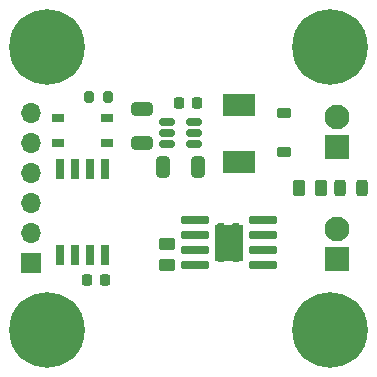
<source format=gbr>
%TF.GenerationSoftware,KiCad,Pcbnew,7.0.2-0*%
%TF.CreationDate,2023-05-15T10:38:26-07:00*%
%TF.ProjectId,RagGuard_V2,52616747-7561-4726-945f-56322e6b6963,rev?*%
%TF.SameCoordinates,Original*%
%TF.FileFunction,Soldermask,Top*%
%TF.FilePolarity,Negative*%
%FSLAX46Y46*%
G04 Gerber Fmt 4.6, Leading zero omitted, Abs format (unit mm)*
G04 Created by KiCad (PCBNEW 7.0.2-0) date 2023-05-15 10:38:26*
%MOMM*%
%LPD*%
G01*
G04 APERTURE LIST*
G04 Aperture macros list*
%AMRoundRect*
0 Rectangle with rounded corners*
0 $1 Rounding radius*
0 $2 $3 $4 $5 $6 $7 $8 $9 X,Y pos of 4 corners*
0 Add a 4 corners polygon primitive as box body*
4,1,4,$2,$3,$4,$5,$6,$7,$8,$9,$2,$3,0*
0 Add four circle primitives for the rounded corners*
1,1,$1+$1,$2,$3*
1,1,$1+$1,$4,$5*
1,1,$1+$1,$6,$7*
1,1,$1+$1,$8,$9*
0 Add four rect primitives between the rounded corners*
20,1,$1+$1,$2,$3,$4,$5,0*
20,1,$1+$1,$4,$5,$6,$7,0*
20,1,$1+$1,$6,$7,$8,$9,0*
20,1,$1+$1,$8,$9,$2,$3,0*%
G04 Aperture macros list end*
%ADD10RoundRect,0.150000X-0.512500X-0.150000X0.512500X-0.150000X0.512500X0.150000X-0.512500X0.150000X0*%
%ADD11RoundRect,0.250000X-0.325000X-0.650000X0.325000X-0.650000X0.325000X0.650000X-0.325000X0.650000X0*%
%ADD12C,3.600000*%
%ADD13C,6.400000*%
%ADD14R,0.650000X1.700000*%
%ADD15RoundRect,0.225000X0.375000X-0.225000X0.375000X0.225000X-0.375000X0.225000X-0.375000X-0.225000X0*%
%ADD16RoundRect,0.250000X0.262500X0.450000X-0.262500X0.450000X-0.262500X-0.450000X0.262500X-0.450000X0*%
%ADD17R,2.400000X3.100000*%
%ADD18RoundRect,0.070000X-1.100000X-0.250000X1.100000X-0.250000X1.100000X0.250000X-1.100000X0.250000X0*%
%ADD19C,0.770000*%
%ADD20RoundRect,0.250000X0.450000X-0.262500X0.450000X0.262500X-0.450000X0.262500X-0.450000X-0.262500X0*%
%ADD21R,2.100000X2.100000*%
%ADD22C,2.100000*%
%ADD23RoundRect,0.225000X0.225000X0.250000X-0.225000X0.250000X-0.225000X-0.250000X0.225000X-0.250000X0*%
%ADD24R,2.790000X1.903000*%
%ADD25R,1.050000X0.650000*%
%ADD26RoundRect,0.243750X-0.243750X-0.456250X0.243750X-0.456250X0.243750X0.456250X-0.243750X0.456250X0*%
%ADD27RoundRect,0.250000X-0.650000X0.325000X-0.650000X-0.325000X0.650000X-0.325000X0.650000X0.325000X0*%
%ADD28RoundRect,0.200000X0.200000X0.275000X-0.200000X0.275000X-0.200000X-0.275000X0.200000X-0.275000X0*%
%ADD29R,1.700000X1.700000*%
%ADD30O,1.700000X1.700000*%
G04 APERTURE END LIST*
D10*
%TO.C,U2*%
X196193517Y-108344119D03*
X196193517Y-109294119D03*
X196193517Y-110244119D03*
X198468517Y-110244119D03*
X198468517Y-109294119D03*
X198468517Y-108344119D03*
%TD*%
D11*
%TO.C,C1*%
X195834490Y-112209274D03*
X198784490Y-112209274D03*
%TD*%
D12*
%TO.C,H2*%
X186000000Y-126000000D03*
D13*
X186000000Y-126000000D03*
%TD*%
D12*
%TO.C,H4*%
X210000000Y-126000000D03*
D13*
X210000000Y-126000000D03*
%TD*%
D12*
%TO.C,H1*%
X186000000Y-102000000D03*
D13*
X186000000Y-102000000D03*
%TD*%
D14*
%TO.C,U1*%
X190905000Y-112350000D03*
X189635000Y-112350000D03*
X188365000Y-112350000D03*
X187095000Y-112350000D03*
X187095000Y-119650000D03*
X188365000Y-119650000D03*
X189635000Y-119650000D03*
X190905000Y-119650000D03*
%TD*%
D15*
%TO.C,D2*%
X206082351Y-110918376D03*
X206082351Y-107618376D03*
%TD*%
D16*
%TO.C,R2*%
X209181961Y-113995799D03*
X207356961Y-113995799D03*
%TD*%
D17*
%TO.C,U3*%
X201410000Y-118580000D03*
D18*
X198535000Y-116675000D03*
X198535000Y-117945000D03*
X198535000Y-119215000D03*
X198535000Y-120485000D03*
X204285000Y-120485000D03*
X204285000Y-119215000D03*
X204285000Y-117945000D03*
X204285000Y-116675000D03*
D19*
X200760000Y-117280000D03*
X200760000Y-118580000D03*
X200760000Y-119880000D03*
X202060000Y-117280000D03*
X202060000Y-118580000D03*
X202060000Y-119880000D03*
%TD*%
D20*
%TO.C,R1*%
X196210000Y-120512500D03*
X196210000Y-118687500D03*
%TD*%
D21*
%TO.C,J1*%
X210566000Y-110490000D03*
D22*
X210566000Y-107950000D03*
%TD*%
D23*
%TO.C,C5*%
X190915000Y-121730000D03*
X189365000Y-121730000D03*
%TD*%
D24*
%TO.C,L1*%
X202289724Y-111771249D03*
X202289724Y-106918249D03*
%TD*%
D25*
%TO.C,SW1*%
X191071643Y-110140493D03*
X186921643Y-110140493D03*
X191071643Y-107990493D03*
X186921643Y-107990493D03*
%TD*%
D26*
%TO.C,D1*%
X210831961Y-113995799D03*
X212706961Y-113995799D03*
%TD*%
D21*
%TO.C,J2*%
X210566000Y-120000000D03*
D22*
X210566000Y-117460000D03*
%TD*%
D23*
%TO.C,C2*%
X198743517Y-106744119D03*
X197193517Y-106744119D03*
%TD*%
D27*
%TO.C,C4*%
X194052627Y-107240246D03*
X194052627Y-110190246D03*
%TD*%
D28*
%TO.C,R3*%
X191211715Y-106292349D03*
X189561715Y-106292349D03*
%TD*%
D12*
%TO.C,H3*%
X210000000Y-102000000D03*
D13*
X210000000Y-102000000D03*
%TD*%
D29*
%TO.C,J4*%
X184625000Y-120350000D03*
D30*
X184625000Y-117810000D03*
X184625000Y-115270000D03*
X184625000Y-112730000D03*
X184625000Y-110190000D03*
X184625000Y-107650000D03*
%TD*%
M02*

</source>
